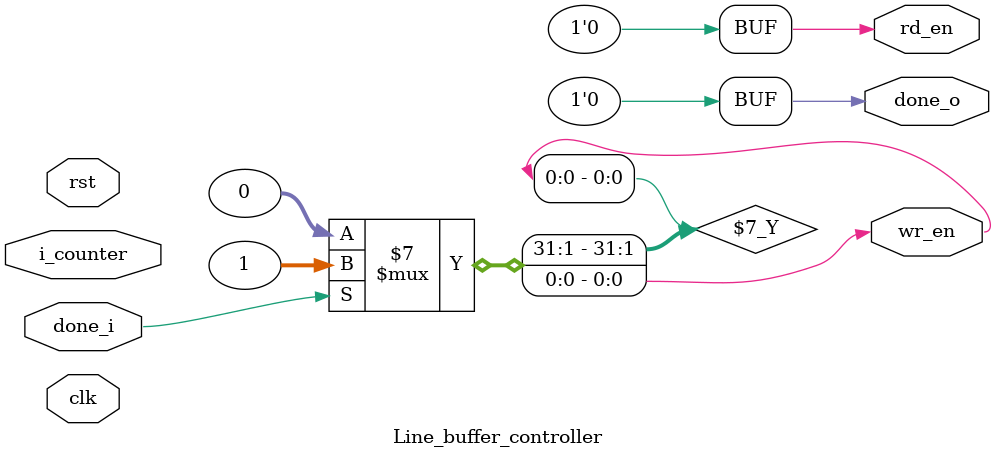
<source format=v>
module Line_buffer_controller #(
    parameter DEPTH = 1024
) (
    input  clk,     // Clock input
    input  rst,     // Reset input
    input  done_i,  // Done signal when operation is complete
    input [9:0] i_counter,
    output wr_en,   // Write enable signal
    output rd_en,   // Read enable signal
    output done_o  // Done output signal
);

  // Internal signals for managing state
  reg [1:0] state, next_state;

  // State encoding
  localparam IDLE = 2'b00, ACT = 2'b01, DONE = 2'b00;
  // State register
  always @(posedge clk) begin
    if (rst) begin
      state <= IDLE;
    end else begin
      state <= next_state;
    end
  end

  // start idle  state 
  // if done_i == 1 -> next_state == WRITE -> wr_en
  // if i_counter == DEPTH - 1 -> WRITE FULL BUFFER -> NEXT STATE = RDAWR
  // if done_i wr and read
  // else done
  // Next state logic
  always @(*) begin
    case (state)
      IDLE: begin
        if (done_i && i_counter == DEPTH) next_state = ACT;
        else next_state = IDLE;
      end
      ACT: begin
        if (!done_i) next_state = DONE;
        else next_state = ACT;
      end
      DONE: begin
        next_state = IDLE;
      end
      default: next_state = IDLE;

    endcase
  end

  assign wr_en  = (done_i == 1) ? 1 : 0;
  assign rd_en  = (done_i && i_counter == DEPTH);
  assign done_o = (i_counter == DEPTH);

endmodule

</source>
